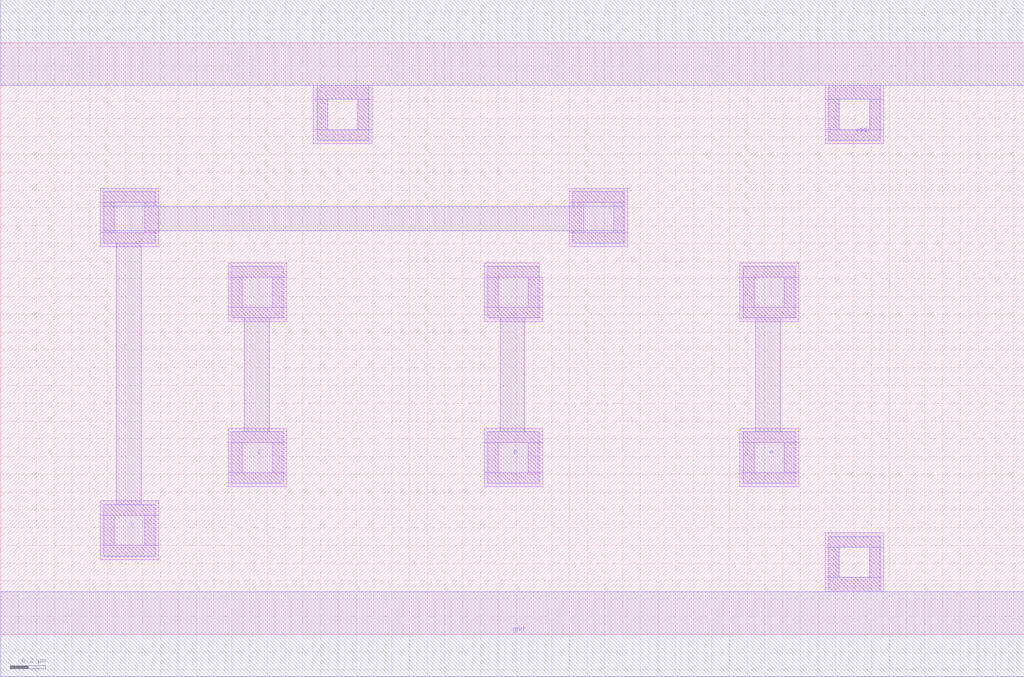
<source format=lef>
VERSION 5.7 ;
  NOWIREEXTENSIONATPIN ON ;
  DIVIDERCHAR "/" ;
  BUSBITCHARS "[]" ;
MACRO NAND3X1
  CLASS CORE ;
  FOREIGN NAND3X1 ;
  ORIGIN 0.000 0.000 ;
  SIZE 5.760 BY 3.330 ;
  SYMMETRY X Y R90 ;
  SITE unit ;
  PIN vdd
    DIRECTION INOUT ;
    USE POWER ;
    SHAPE ABUTMENT ;
    PORT
      LAYER met1 ;
        RECT 0.000 3.090 5.760 3.570 ;
        RECT 1.780 3.010 2.070 3.090 ;
        RECT 1.780 2.840 1.840 3.010 ;
        RECT 2.010 2.840 2.070 3.010 ;
        RECT 1.780 2.780 2.070 2.840 ;
        RECT 4.660 3.010 4.950 3.090 ;
        RECT 4.660 2.840 4.720 3.010 ;
        RECT 4.890 2.840 4.950 3.010 ;
        RECT 4.660 2.780 4.950 2.840 ;
    END
  END vdd
  PIN gnd
    DIRECTION INOUT ;
    USE POWER ;
    SHAPE ABUTMENT ;
    PORT
      LAYER met1 ;
        RECT 4.660 0.490 4.950 0.550 ;
        RECT 4.660 0.320 4.720 0.490 ;
        RECT 4.890 0.320 4.950 0.490 ;
        RECT 4.660 0.240 4.950 0.320 ;
        RECT 0.000 -0.240 5.760 0.240 ;
    END
  END gnd
  PIN Y
    DIRECTION INOUT ;
    USE SIGNAL ;
    SHAPE ABUTMENT ;
    PORT
      LAYER met1 ;
        RECT 0.580 2.410 0.870 2.490 ;
        RECT 3.220 2.410 3.510 2.490 ;
        RECT 0.580 2.270 3.510 2.410 ;
        RECT 0.580 2.200 0.870 2.270 ;
        RECT 3.220 2.200 3.510 2.270 ;
        RECT 0.650 0.730 0.790 2.200 ;
        RECT 0.580 0.440 0.870 0.730 ;
    END
  END Y
  PIN C
    DIRECTION INOUT ;
    USE SIGNAL ;
    SHAPE ABUTMENT ;
    PORT
      LAYER met1 ;
        RECT 1.300 1.780 1.590 2.070 ;
        RECT 1.370 1.140 1.510 1.780 ;
        RECT 1.300 0.850 1.590 1.140 ;
    END
  END C
  PIN B
    DIRECTION INOUT ;
    USE SIGNAL ;
    SHAPE ABUTMENT ;
    PORT
      LAYER met1 ;
        RECT 2.740 1.780 3.030 2.070 ;
        RECT 2.810 1.140 2.950 1.780 ;
        RECT 2.740 0.850 3.030 1.140 ;
    END
  END B
  PIN A
    DIRECTION INOUT ;
    USE SIGNAL ;
    SHAPE ABUTMENT ;
    PORT
      LAYER met1 ;
        RECT 4.180 1.780 4.470 2.070 ;
        RECT 4.250 1.140 4.390 1.780 ;
        RECT 4.180 0.850 4.470 1.140 ;
    END
  END A
  OBS
      LAYER li1 ;
        RECT 1.760 3.010 2.090 3.090 ;
        RECT 1.760 2.840 1.840 3.010 ;
        RECT 2.010 2.840 2.090 3.010 ;
        RECT 1.760 2.760 2.090 2.840 ;
        RECT 4.640 3.010 4.970 3.090 ;
        RECT 4.640 2.840 4.720 3.010 ;
        RECT 4.890 2.840 4.970 3.010 ;
        RECT 4.640 2.760 4.970 2.840 ;
        RECT 0.560 2.430 0.890 2.510 ;
        RECT 0.560 2.260 0.640 2.430 ;
        RECT 0.810 2.260 0.890 2.430 ;
        RECT 0.560 2.180 0.890 2.260 ;
        RECT 3.200 2.430 3.530 2.510 ;
        RECT 3.200 2.260 3.280 2.430 ;
        RECT 3.450 2.260 3.530 2.430 ;
        RECT 3.200 2.180 3.530 2.260 ;
        RECT 1.280 2.010 1.610 2.090 ;
        RECT 1.280 1.840 1.360 2.010 ;
        RECT 1.530 1.840 1.610 2.010 ;
        RECT 1.280 1.760 1.610 1.840 ;
        RECT 2.720 2.010 3.030 2.090 ;
        RECT 4.160 2.010 4.490 2.090 ;
        RECT 2.720 1.840 2.800 2.010 ;
        RECT 2.970 1.840 3.050 2.010 ;
        RECT 2.720 1.760 3.050 1.840 ;
        RECT 4.160 1.840 4.240 2.010 ;
        RECT 4.410 1.840 4.490 2.010 ;
        RECT 4.160 1.760 4.490 1.840 ;
        RECT 1.280 1.080 1.610 1.160 ;
        RECT 1.280 0.910 1.360 1.080 ;
        RECT 1.530 0.910 1.610 1.080 ;
        RECT 1.280 0.830 1.610 0.910 ;
        RECT 2.720 1.080 3.050 1.160 ;
        RECT 2.720 0.910 2.800 1.080 ;
        RECT 2.970 0.910 3.050 1.080 ;
        RECT 2.720 0.830 3.050 0.910 ;
        RECT 4.160 1.080 4.490 1.160 ;
        RECT 4.160 0.910 4.240 1.080 ;
        RECT 4.410 0.910 4.490 1.080 ;
        RECT 4.160 0.830 4.490 0.910 ;
        RECT 0.560 0.670 0.890 0.750 ;
        RECT 0.560 0.500 0.640 0.670 ;
        RECT 0.810 0.500 0.890 0.670 ;
        RECT 0.560 0.420 0.890 0.500 ;
        RECT 4.640 0.490 4.970 0.570 ;
        RECT 4.640 0.320 4.720 0.490 ;
        RECT 4.890 0.320 4.970 0.490 ;
        RECT 4.640 0.240 4.970 0.320 ;
  END
END NAND3X1
END LIBRARY


</source>
